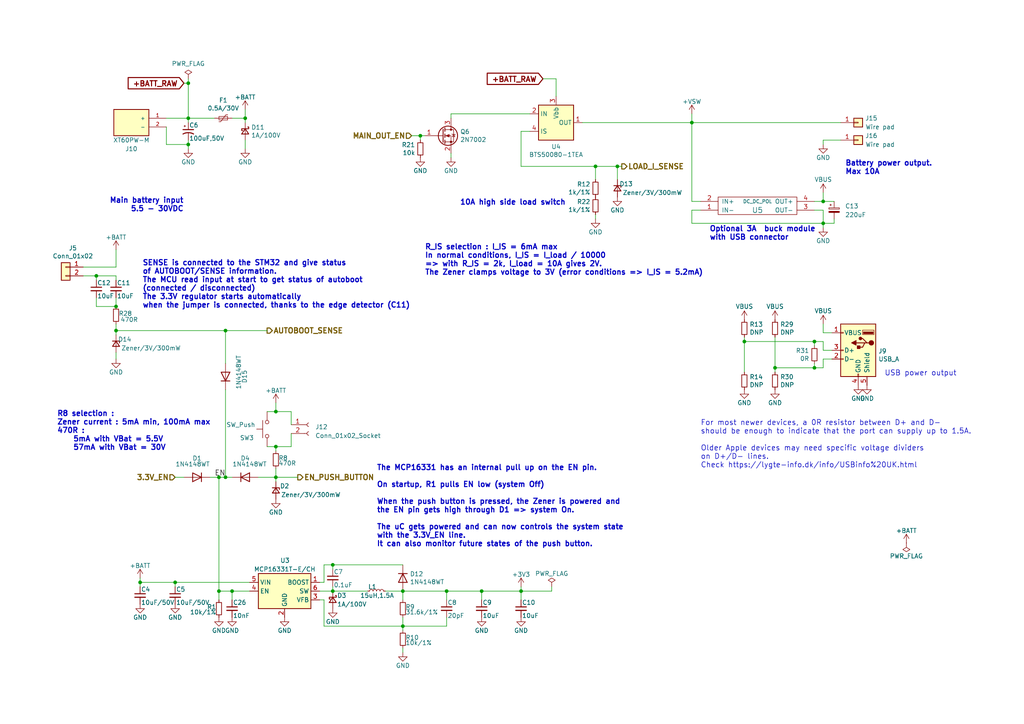
<source format=kicad_sch>
(kicad_sch (version 20231120) (generator "eeschema") (generator_version "8.0")
  (paper "A4")
  (title_block (title "ESP32 battery management module") (date "2023-06-14") (rev "3.2") (comment 1 "Tom Magnier / initial release") (comment 2 "Viven Henry / SD, Switch, Autoboot") (comment 3 "Clément SAILLANT / update Autoboot, readd SD"))
  (lib_symbols
    (symbol "Connector:Conn_01x02_Socket" (pin_names (offset 1.016) hide)
      (property "Reference" "J" (at 0 2.54 0))
      (property "Value" "Conn_01x02_Socket" (at 0 -5.08 0))
      (symbol "Conn_01x02_Socket_1_1"
        (arc (start 0 -2.032) (mid -0.5058 -2.54) (end 0 -3.048) (stroke (width 0.1524)))
        (polyline (pts (xy -1.27 -2.54) (xy -0.508 -2.54)) (stroke (width 0.1524)))
        (polyline (pts (xy -1.27 0) (xy -0.508 0)) (stroke (width 0.1524)))
        (arc (start 0 0.508) (mid -0.5058 0) (end 0 -0.508) (stroke (width 0.1524)))
        (pin passive line (at -5.08 0 0) (length 3.81) (name "Pin_1") (number "1"))
        (pin passive line (at -5.08 -2.54 0) (length 3.81) (name "Pin_2") (number "2"))
      )
    )
    (symbol "Connector_Generic:Conn_01x01" (pin_names (offset 1.016) hide)
      (property "Reference" "J" (at 0 2.54 0))
      (property "Value" "Connector_Generic_Conn_01x01" (at 0 -2.54 0))
      (symbol "Conn_01x01_1_1"
        (rectangle (start -1.27 0.127) (end 0 -0.127) (stroke (width 0.1524)))
        (rectangle (start -1.27 1.27) (end 1.27 -1.27) (stroke (width 0.254)) (fill (type background)))
        (pin passive line (at -5.08 0 0) (length 3.81) (name "Pin_1") (number "1"))
      )
    )
    (symbol "Connector_Generic:Conn_01x02" (pin_names (offset 1.016) hide)
      (property "Reference" "J" (at 0 2.54 0))
      (property "Value" "Connector_Generic_Conn_01x02" (at 0 -5.08 0))
      (symbol "Conn_01x02_1_1"
        (rectangle (start -1.27 -2.413) (end 0 -2.667) (stroke (width 0.1524)))
        (rectangle (start -1.27 0.127) (end 0 -0.127) (stroke (width 0.1524)))
        (rectangle (start -1.27 1.27) (end 1.27 -3.81) (stroke (width 0.254)) (fill (type background)))
        (pin passive line (at -5.08 0 0) (length 3.81) (name "Pin_1") (number "1"))
        (pin passive line (at -5.08 -2.54 0) (length 3.81) (name "Pin_2") (number "2"))
      )
    )
    (symbol "Device:C_Polarized_Small" (pin_numbers hide) (pin_names (offset 0.254) hide)
      (property "Reference" "C" (at 0.254 1.778 0))
      (property "Value" "C_Polarized_Small" (at 0.254 -2.032 0))
      (symbol "C_Polarized_Small_0_1"
        (rectangle (start -1.524 -0.3048) (end 1.524 -0.6858) (fill (type outline)))
        (rectangle (start -1.524 0.6858) (end 1.524 0.3048))
        (polyline (pts (xy -1.27 1.524) (xy -0.762 1.524)))
        (polyline (pts (xy -1.016 1.27) (xy -1.016 1.778)))
      )
      (symbol "C_Polarized_Small_1_1"
        (pin passive line (at 0 2.54 270) (length 1.8542) (name "~") (number "1"))
        (pin passive line (at 0 -2.54 90) (length 1.8542) (name "~") (number "2"))
      )
    )
    (symbol "Device:C_Small" (pin_numbers hide) (pin_names (offset 0.254) hide)
      (property "Reference" "C" (at 0.254 1.778 0))
      (property "Value" "Device_C_Small" (at 0.254 -2.032 0))
      (symbol "C_Small_0_1"
        (polyline (pts (xy -1.524 -0.508) (xy 1.524 -0.508)) (stroke (width 0.3302)))
        (polyline (pts (xy -1.524 0.508) (xy 1.524 0.508)) (stroke (width 0.3048)))
      )
      (symbol "C_Small_1_1"
        (pin passive line (at 0 2.54 270) (length 2.032) (name "~") (number "1"))
        (pin passive line (at 0 -2.54 90) (length 2.032) (name "~") (number "2"))
      )
    )
    (symbol "Device:D_Schottky_Small" (pin_numbers hide) (pin_names (offset 0.254) hide)
      (property "Reference" "D" (at -1.27 2.032 0))
      (property "Value" "Device_D_Schottky_Small" (at -7.112 -2.032 0))
      (symbol "D_Schottky_Small_0_1"
        (polyline (pts (xy -0.762 0) (xy 0.762 0)))
        (polyline (pts (xy 0.762 -1.016) (xy -0.762 0) (xy 0.762 1.016) (xy 0.762 -1.016)) (stroke (width 0.254)))
        (polyline (pts (xy -1.27 0.762) (xy -1.27 1.016) (xy -0.762 1.016) (xy -0.762 -1.016) (xy -0.254 -1.016) (xy -0.254 -0.762)) (stroke (width 0.254)))
      )
      (symbol "D_Schottky_Small_1_1"
        (pin passive line (at -2.54 0 0) (length 1.778) (name "K") (number "1"))
        (pin passive line (at 2.54 0 180) (length 1.778) (name "A") (number "2"))
      )
    )
    (symbol "Device:D_Zener_Small" (pin_numbers hide) (pin_names (offset 0.254) hide)
      (property "Reference" "D" (at 0 2.286 0))
      (property "Value" "Device_D_Zener_Small" (at 0 -2.286 0))
      (symbol "D_Zener_Small_0_1"
        (polyline (pts (xy 0.762 0) (xy -0.762 0)))
        (polyline (pts (xy -0.254 1.016) (xy -0.762 1.016) (xy -0.762 -1.016)) (stroke (width 0.254)))
        (polyline (pts (xy 0.762 1.016) (xy -0.762 0) (xy 0.762 -1.016) (xy 0.762 1.016)) (stroke (width 0.254)))
      )
      (symbol "D_Zener_Small_1_1"
        (pin passive line (at -2.54 0 0) (length 1.778) (name "K") (number "1"))
        (pin passive line (at 2.54 0 180) (length 1.778) (name "A") (number "2"))
      )
    )
    (symbol "Device:L_Small" (pin_numbers hide) (pin_names (offset 0.254) hide)
      (property "Reference" "L" (at 0.762 1.016 0))
      (property "Value" "Device_L_Small" (at 0.762 -1.016 0))
      (symbol "L_Small_0_1"
        (arc (start 0 -2.032) (mid 0.5058 -1.524) (end 0 -1.016))
        (arc (start 0 -1.016) (mid 0.5058 -0.508) (end 0 0))
        (arc (start 0 0) (mid 0.5058 0.508) (end 0 1.016))
        (arc (start 0 1.016) (mid 0.5058 1.524) (end 0 2.032))
      )
      (symbol "L_Small_1_1"
        (pin passive line (at 0 2.54 270) (length 0.508) (name "~") (number "1"))
        (pin passive line (at 0 -2.54 90) (length 0.508) (name "~") (number "2"))
      )
    )
    (symbol "Device:Polyfuse_Small" (pin_numbers hide) (pin_names (offset 0))
      (property "Reference" "F" (at -1.905 0 90))
      (property "Value" "Device_Polyfuse_Small" (at 1.905 0 90))
      (symbol "Polyfuse_Small_0_1"
        (rectangle (start -0.508 1.27) (end 0.508 -1.27))
        (polyline (pts (xy 0 2.54) (xy 0 -2.54)))
        (polyline (pts (xy -1.016 1.27) (xy -1.016 0.762) (xy 1.016 -0.762) (xy 1.016 -1.27)))
      )
      (symbol "Polyfuse_Small_1_1"
        (pin passive line (at 0 2.54 270) (length 0.635) (name "~") (number "1"))
        (pin passive line (at 0 -2.54 90) (length 0.635) (name "~") (number "2"))
      )
    )
    (symbol "Device:R_Small" (pin_numbers hide) (pin_names (offset 0.254) hide)
      (property "Reference" "R" (at 0.762 0.508 0))
      (property "Value" "Device_R_Small" (at 0.762 -1.016 0))
      (symbol "R_Small_0_1"
        (rectangle (start -0.762 1.778) (end 0.762 -1.778) (stroke (width 0.2032)))
      )
      (symbol "R_Small_1_1"
        (pin passive line (at 0 2.54 270) (length 0.762) (name "~") (number "1"))
        (pin passive line (at 0 -2.54 90) (length 0.762) (name "~") (number "2"))
      )
    )
    (symbol "Diode:1N4148WT" (pin_numbers hide) (pin_names (offset 1.016) hide)
      (property "Reference" "D" (at 0 2.54 0))
      (property "Value" "Diode_1N4148WT" (at 0 -2.54 0))
      (symbol "1N4148WT_0_1"
        (polyline (pts (xy -1.27 1.27) (xy -1.27 -1.27)) (stroke (width 0.254)))
        (polyline (pts (xy 1.27 0) (xy -1.27 0)))
        (polyline (pts (xy 1.27 1.27) (xy 1.27 -1.27) (xy -1.27 0) (xy 1.27 1.27)) (stroke (width 0.254)))
      )
      (symbol "1N4148WT_1_1"
        (pin passive line (at -3.81 0 0) (length 2.54) (name "K") (number "1"))
        (pin passive line (at 3.81 0 180) (length 2.54) (name "A") (number "2"))
      )
    )
    (symbol "KXKM_ESP32_battery_management_board-rescue:CP1_Small-Device" (pin_numbers hide) (pin_names (offset 0.254) hide)
      (property "Reference" "C" (at 0.254 1.778 0))
      (property "Value" "CP1_Small-Device" (at 0.254 -2.032 0))
      (symbol "CP1_Small-Device_0_1"
        (polyline (pts (xy -1.524 0.508) (xy 1.524 0.508)) (stroke (width 0.3048)))
        (polyline (pts (xy -1.27 1.524) (xy -0.762 1.524)))
        (polyline (pts (xy -1.016 1.27) (xy -1.016 1.778)))
        (arc (start 1.524 -0.762) (mid 0 -0.3734) (end -1.524 -0.762) (stroke (width 0.3048)))
      )
      (symbol "CP1_Small-Device_1_1"
        (pin passive line (at 0 2.54 270) (length 2.032) (name "~") (number "1"))
        (pin passive line (at 0 -2.54 90) (length 2.032) (name "~") (number "2"))
      )
    )
    (symbol "KXKM_ESP32_battery_management_board-rescue:DC_DC_POL-tom_kicad" (pin_names (offset 1.016))
      (property "Reference" "U" (at 0 -1.27 0))
      (property "Value" "DC_DC_POL-tom_kicad" (at 0 1.27 0))
      (symbol "DC_DC_POL-tom_kicad_0_1"
        (rectangle (start -11.43 2.54) (end 11.43 -2.54))
      )
      (symbol "DC_DC_POL-tom_kicad_1_1"
        (pin power_in line (at -16.51 -1.27 0) (length 5.08) (name "IN-") (number "1"))
        (pin power_in line (at -16.51 1.27 0) (length 5.08) (name "IN+") (number "2"))
        (pin power_out line (at 16.51 -1.27 180) (length 5.08) (name "OUT-") (number "3"))
        (pin power_out line (at 16.51 1.27 180) (length 5.08) (name "OUT+") (number "4"))
      )
    )
    (symbol "KXKM_ESP32_battery_management_board-rescue:USB_A-Connector-KXKM_ESP32_battery_management_board-rescue" (pin_names (offset 1.016))
      (property "Reference" "J" (at -5.08 11.43 0))
      (property "Value" "USB_A-Connector-KXKM_ESP32_battery_management_board-rescue" (at -5.08 8.89 0))
      (symbol "USB_A-Connector-KXKM_ESP32_battery_management_board-rescue_0_1"
        (rectangle (start -5.08 -7.62) (end 5.08 7.62) (stroke (width 0.254)) (fill (type background)))
        (circle (center -3.81 2.159) (radius 0.635) (stroke (width 0.254)) (fill (type outline)))
        (rectangle (start -1.524 4.826) (end -4.318 5.334) (fill (type outline)))
        (rectangle (start -1.27 4.572) (end -4.572 5.842))
        (circle (center -0.635 3.429) (radius 0.381) (stroke (width 0.254)) (fill (type outline)))
        (rectangle (start -0.127 -7.62) (end 0.127 -6.858))
        (polyline (pts (xy -3.175 2.159) (xy -2.54 2.159) (xy -1.27 3.429) (xy -0.635 3.429)) (stroke (width 0.254)))
        (polyline (pts (xy -2.54 2.159) (xy -1.905 2.159) (xy -1.27 0.889) (xy 0 0.889)) (stroke (width 0.254)))
        (polyline (pts (xy 0.635 2.794) (xy 0.635 1.524) (xy 1.905 2.159) (xy 0.635 2.794)) (stroke (width 0.254)) (fill (type outline)))
        (rectangle (start 0.254 1.27) (end -0.508 0.508) (stroke (width 0.254)) (fill (type outline)))
        (rectangle (start 5.08 -2.667) (end 4.318 -2.413))
        (rectangle (start 5.08 -0.127) (end 4.318 0.127))
        (rectangle (start 5.08 4.953) (end 4.318 5.207))
      )
      (symbol "USB_A-Connector-KXKM_ESP32_battery_management_board-rescue_1_1"
        (polyline (pts (xy -1.905 2.159) (xy 0.635 2.159)) (stroke (width 0.254)))
        (pin power_in line (at 7.62 5.08 180) (length 2.54) (name "VBUS") (number "1"))
        (pin passive line (at 7.62 -2.54 180) (length 2.54) (name "D-") (number "2"))
        (pin passive line (at 7.62 0 180) (length 2.54) (name "D+") (number "3"))
        (pin power_in line (at 0 -10.16 90) (length 2.54) (name "GND") (number "4"))
        (pin passive line (at -2.54 -10.16 90) (length 2.54) (name "Shield") (number "5"))
      )
    )
    (symbol "Power_Management:BTS50080-1TEA"
      (property "Reference" "U" (at -5.08 6.35 0))
      (property "Value" "Power_Management_BTS50080-1TEA" (at 8.89 6.35 0))
      (symbol "BTS50080-1TEA_0_1"
        (rectangle (start -5.08 5.08) (end 5.08 -5.08) (stroke (width 0.254)) (fill (type background)))
      )
      (symbol "BTS50080-1TEA_1_1"
        (pin power_out line (at 7.62 0 180) (length 2.54) (name "OUT") (number "1"))
        (pin input line (at -7.62 2.54 0) (length 2.54) (name "IN") (number "2"))
        (pin power_in line (at 0 7.62 270) (length 2.54) (name "Vbb") (number "3"))
        (pin output line (at -7.62 -2.54 0) (length 2.54) (name "IS") (number "4"))
        (pin passive line (at 7.62 0 180) (length 2.54) hide (name "OUT") (number "5"))
      )
    )
    (symbol "Regulator_Switching:MCP16331CH"
      (property "Reference" "U" (at -7.874 6.35 0))
      (property "Value" "Regulator_Switching_MCP16331CH" (at -2.54 6.35 0))
      (symbol "MCP16331CH_0_1"
        (rectangle (start -7.62 5.08) (end 7.62 -5.08) (stroke (width 0.254)) (fill (type background)))
      )
      (symbol "MCP16331CH_1_1"
        (pin input line (at 10.16 2.54 180) (length 2.54) (name "BOOST") (number "1"))
        (pin power_in line (at 0 -7.62 90) (length 2.54) (name "GND") (number "2"))
        (pin input line (at 10.16 -2.54 180) (length 2.54) (name "VFB") (number "3"))
        (pin input line (at -10.16 0 0) (length 2.54) (name "EN") (number "4"))
        (pin power_in line (at -10.16 2.54 0) (length 2.54) (name "VIN") (number "5"))
        (pin output line (at 10.16 0 180) (length 2.54) (name "SW") (number "6"))
      )
    )
    (symbol "Switch:SW_Push" (pin_numbers hide) (pin_names (offset 1.016) hide)
      (property "Reference" "SW" (at 1.27 2.54 0))
      (property "Value" "Switch_SW_Push" (at 0 -1.524 0))
      (symbol "SW_Push_0_1"
        (circle (center -2.032 0) (radius 0.508))
        (polyline (pts (xy 0 1.27) (xy 0 3.048)))
        (polyline (pts (xy 2.54 1.27) (xy -2.54 1.27)))
        (circle (center 2.032 0) (radius 0.508))
        (pin passive line (at -5.08 0 0) (length 2.54) (name "1") (number "1"))
        (pin passive line (at 5.08 0 180) (length 2.54) (name "2") (number "2"))
      )
    )
    (symbol "Transistor_FET:2N7002" (pin_names hide)
      (property "Reference" "Q" (at 5.08 1.905 0))
      (property "Value" "Transistor_FET_2N7002" (at 5.08 0 0))
      (symbol "2N7002_0_1"
        (polyline (pts (xy 0.254 0) (xy -2.54 0)))
        (polyline (pts (xy 0.254 1.905) (xy 0.254 -1.905)) (stroke (width 0.254)))
        (polyline (pts (xy 0.762 -1.27) (xy 0.762 -2.286)) (stroke (width 0.254)))
        (polyline (pts (xy 0.762 0.508) (xy 0.762 -0.508)) (stroke (width 0.254)))
        (polyline (pts (xy 0.762 2.286) (xy 0.762 1.27)) (stroke (width 0.254)))
        (polyline (pts (xy 2.54 2.54) (xy 2.54 1.778)))
        (polyline (pts (xy 2.54 -2.54) (xy 2.54 0) (xy 0.762 0)))
        (polyline (pts (xy 0.762 -1.778) (xy 3.302 -1.778) (xy 3.302 1.778) (xy 0.762 1.778)))
        (polyline (pts (xy 1.016 0) (xy 2.032 0.381) (xy 2.032 -0.381) (xy 1.016 0)) (fill (type outline)))
        (polyline (pts (xy 2.794 0.508) (xy 2.921 0.381) (xy 3.683 0.381) (xy 3.81 0.254)))
        (polyline (pts (xy 3.302 0.381) (xy 2.921 -0.254) (xy 3.683 -0.254) (xy 3.302 0.381)))
        (circle (center 1.651 0) (radius 2.794) (stroke (width 0.254)))
        (circle (center 2.54 -1.778) (radius 0.254) (fill (type outline)))
        (circle (center 2.54 1.778) (radius 0.254) (fill (type outline)))
      )
      (symbol "2N7002_1_1"
        (pin input line (at -5.08 0 0) (length 2.54) (name "G") (number "1"))
        (pin passive line (at 2.54 -5.08 90) (length 2.54) (name "S") (number "2"))
        (pin passive line (at 2.54 5.08 270) (length 2.54) (name "D") (number "3"))
      )
    )
    (symbol "XT60PW-M:XT60PW-M" (pin_names (offset 1.016))
      (property "Reference" "J" (at -5.08 5.7234 0))
      (property "Value" "XT60PW-M" (at -5.08 -5.0923 0))
      (symbol "XT60PW-M_0_0"
        (rectangle (start -5.08 -2.54) (end 5.08 5.08) (stroke (width 0.254)) (fill (type background)))
        (pin passive line (at -10.16 2.54 0) (length 5.08) (name "+") (number "1"))
        (pin passive line (at -10.16 0 0) (length 5.08) (name "-") (number "2"))
      )
    )
    (symbol "power:+3.3V" (power) (pin_names (offset 0))
      (property "Value" "power_+3.3V" (at 0 3.556 0))
      (symbol "+3.3V_0_1"
        (polyline (pts (xy -0.762 1.27) (xy 0 2.54)))
        (polyline (pts (xy 0 0) (xy 0 2.54)))
        (polyline (pts (xy 0 2.54) (xy 0.762 1.27)))
      )
      (symbol "+3.3V_1_1"
        (pin power_in line (at 0 0 90) (length 0) hide (name "+3V3") (number "1"))
      )
    )
    (symbol "power:+BATT" (power) (pin_names (offset 0))
      (property "Value" "power_+BATT" (at 0 3.556 0))
      (symbol "+BATT_0_1"
        (polyline (pts (xy -0.762 1.27) (xy 0 2.54)))
        (polyline (pts (xy 0 0) (xy 0 2.54)))
        (polyline (pts (xy 0 2.54) (xy 0.762 1.27)))
      )
      (symbol "+BATT_1_1"
        (pin power_in line (at 0 0 90) (length 0) hide (name "+BATT") (number "1"))
      )
    )
    (symbol "power:+VSW" (power) (pin_names (offset 0))
      (property "Value" "power_+VSW" (at 0 3.556 0))
      (symbol "+VSW_0_1"
        (polyline (pts (xy -0.762 1.27) (xy 0 2.54)))
        (polyline (pts (xy 0 0) (xy 0 2.54)))
        (polyline (pts (xy 0 2.54) (xy 0.762 1.27)))
      )
      (symbol "+VSW_1_1"
        (pin power_in line (at 0 0 90) (length 0) hide (name "+VSW") (number "1"))
      )
    )
    (symbol "power:GND" (power) (pin_names (offset 0))
      (property "Value" "power_GND" (at 0 -3.81 0))
      (symbol "GND_0_1"
        (polyline (pts (xy 0 0) (xy 0 -1.27) (xy 1.27 -1.27) (xy 0 -2.54) (xy -1.27 -1.27) (xy 0 -1.27)))
      )
      (symbol "GND_1_1"
        (pin power_in line (at 0 0 270) (length 0) hide (name "GND") (number "1"))
      )
    )
    (symbol "power:PWR_FLAG" (power) (pin_numbers hide) (pin_names (offset 0) hide)
      (property "Value" "power_PWR_FLAG" (at 0 3.81 0))
      (symbol "PWR_FLAG_0_0"
        (pin power_out line (at 0 0 90) (length 0) (name "pwr") (number "1"))
      )
      (symbol "PWR_FLAG_0_1"
        (polyline (pts (xy 0 0) (xy 0 1.27) (xy -1.016 1.905) (xy 0 2.54) (xy 1.016 1.905) (xy 0 1.27)))
      )
    )
    (symbol "power:VBUS" (power) (pin_names (offset 0))
      (property "Value" "power_VBUS" (at 0 3.81 0))
      (symbol "VBUS_0_1"
        (polyline (pts (xy -0.762 1.27) (xy 0 2.54)))
        (polyline (pts (xy 0 0) (xy 0 2.54)))
        (polyline (pts (xy 0 2.54) (xy 0.762 1.27)))
      )
      (symbol "VBUS_1_1"
        (pin power_in line (at 0 0 90) (length 0) hide (name "VBUS") (number "1"))
      )
    )
  )
  (junction (at 224.79 106.68))
  (junction (at 80.01 119.38))
  (junction (at 54.61 41.91))
  (junction (at 121.92 39.37))
  (junction (at 238.76 64.77))
  (junction (at 116.84 181.61))
  (junction (at 40.64 168.91))
  (junction (at 236.22 99.06))
  (junction (at 236.22 106.68))
  (junction (at 179.07 48.26))
  (junction (at 96.52 163.83))
  (junction (at 80.01 138.43))
  (junction (at 50.8 168.91))
  (junction (at 71.12 34.29))
  (junction (at 33.655 95.885))
  (junction (at 151.13 171.45))
  (junction (at 172.72 48.26))
  (junction (at 65.405 138.43))
  (junction (at 33.655 88.9))
  (junction (at 80.01 129.54))
  (junction (at 63.5 138.43))
  (junction (at 200.66 35.56))
  (junction (at 215.9 99.06))
  (junction (at 54.61 24.13))
  (junction (at 67.31 171.45))
  (junction (at 96.52 171.45))
  (junction (at 63.5 171.45))
  (junction (at 238.76 58.42))
  (junction (at 54.61 34.29))
  (junction (at 65.405 95.885))
  (junction (at 129.54 171.45))
  (junction (at 116.84 171.45))
  (junction (at 139.7 171.45))
  (junction (at 27.94 80.01))
  (wire (pts (xy 33.655 86.36) (xy 33.655 88.9)))
  (wire (pts (xy 54.61 41.91) (xy 54.61 43.18)))
  (wire (pts (xy 53.34 138.43) (xy 50.8 138.43)))
  (wire (pts (xy 236.22 106.68) (xy 238.76 106.68)))
  (wire (pts (xy 27.94 80.01) (xy 33.655 80.01)))
  (wire (pts (xy 27.94 81.28) (xy 27.94 80.01)))
  (wire (pts (xy 121.92 39.37) (xy 121.92 40.64)))
  (wire (pts (xy 93.98 168.91) (xy 93.98 163.83)))
  (wire (pts (xy 54.61 34.29) (xy 54.61 24.13)))
  (wire (pts (xy 139.7 171.45) (xy 139.7 173.99)))
  (wire (pts (xy 238.76 58.42) (xy 241.935 58.42)))
  (wire (pts (xy 33.655 102.235) (xy 33.655 104.14)))
  (wire (pts (xy 200.66 58.42) (xy 203.2 58.42)))
  (wire (pts (xy 63.5 171.45) (xy 63.5 173.99)))
  (wire (pts (xy 130.81 33.02) (xy 130.81 34.29)))
  (wire (pts (xy 116.84 179.07) (xy 116.84 181.61)))
  (wire (pts (xy 63.5 138.43) (xy 63.5 171.45)))
  (wire (pts (xy 200.66 64.77) (xy 238.76 64.77)))
  (wire (pts (xy 65.405 95.885) (xy 65.405 105.41)))
  (wire (pts (xy 92.71 168.91) (xy 93.98 168.91)))
  (wire (pts (xy 54.61 35.56) (xy 54.61 34.29)))
  (wire (pts (xy 71.12 34.29) (xy 71.12 35.56)))
  (wire (pts (xy 238.76 60.96) (xy 238.76 64.77)))
  (wire (pts (xy 63.5 171.45) (xy 67.31 171.45)))
  (wire (pts (xy 60.96 138.43) (xy 63.5 138.43)))
  (wire (pts (xy 96.52 163.83) (xy 116.84 163.83)))
  (wire (pts (xy 33.655 95.885) (xy 33.655 97.155)))
  (wire (pts (xy 238.76 96.52) (xy 241.3 96.52)))
  (wire (pts (xy 80.01 116.84) (xy 80.01 119.38)))
  (wire (pts (xy 54.61 34.29) (xy 62.23 34.29)))
  (wire (pts (xy 54.61 40.64) (xy 54.61 41.91)))
  (wire (pts (xy 151.13 48.26) (xy 172.72 48.26)))
  (wire (pts (xy 179.07 48.26) (xy 180.34 48.26)))
  (wire (pts (xy 238.76 99.06) (xy 236.22 99.06)))
  (wire (pts (xy 65.405 95.885) (xy 77.47 95.885)))
  (wire (pts (xy 33.655 95.885) (xy 65.405 95.885)))
  (wire (pts (xy 24.13 80.01) (xy 27.94 80.01)))
  (wire (pts (xy 200.66 35.56) (xy 200.66 58.42)))
  (wire (pts (xy 84.455 129.54) (xy 80.01 129.54)))
  (wire (pts (xy 67.31 171.45) (xy 72.39 171.45)))
  (wire (pts (xy 92.71 173.99) (xy 93.98 173.99)))
  (wire (pts (xy 80.01 135.89) (xy 80.01 138.43)))
  (wire (pts (xy 151.13 38.1) (xy 151.13 48.26)))
  (wire (pts (xy 116.84 187.96) (xy 116.84 189.23)))
  (wire (pts (xy 139.7 171.45) (xy 151.13 171.45)))
  (wire (pts (xy 130.81 33.02) (xy 153.67 33.02)))
  (wire (pts (xy 40.64 167.64) (xy 40.64 168.91)))
  (wire (pts (xy 63.5 138.43) (xy 65.405 138.43)))
  (wire (pts (xy 172.72 63.5) (xy 172.72 62.23)))
  (wire (pts (xy 77.47 129.54) (xy 80.01 129.54)))
  (wire (pts (xy 172.72 48.26) (xy 172.72 52.07)))
  (wire (pts (xy 84.455 125.73) (xy 84.455 129.54)))
  (wire (pts (xy 84.455 119.38) (xy 80.01 119.38)))
  (wire (pts (xy 238.76 93.98) (xy 238.76 96.52)))
  (wire (pts (xy 157.48 22.86) (xy 161.29 22.86)))
  (wire (pts (xy 93.98 173.99) (xy 93.98 181.61)))
  (wire (pts (xy 111.76 171.45) (xy 116.84 171.45)))
  (wire (pts (xy 215.9 97.79) (xy 215.9 99.06)))
  (wire (pts (xy 50.8 168.91) (xy 50.8 170.18)))
  (wire (pts (xy 238.76 55.88) (xy 238.76 58.42)))
  (wire (pts (xy 27.94 86.36) (xy 27.94 88.9)))
  (wire (pts (xy 151.13 170.18) (xy 151.13 171.45)))
  (wire (pts (xy 77.47 119.38) (xy 80.01 119.38)))
  (wire (pts (xy 96.52 171.45) (xy 96.52 170.18)))
  (wire (pts (xy 224.79 97.79) (xy 224.79 106.68)))
  (wire (pts (xy 67.31 34.29) (xy 71.12 34.29)))
  (wire (pts (xy 160.02 171.45) (xy 160.02 170.18)))
  (wire (pts (xy 50.8 168.91) (xy 72.39 168.91)))
  (wire (pts (xy 116.84 181.61) (xy 116.84 182.88)))
  (wire (pts (xy 168.91 35.56) (xy 200.66 35.56)))
  (wire (pts (xy 238.76 104.14) (xy 238.76 106.68)))
  (wire (pts (xy 33.655 80.01) (xy 33.655 81.28)))
  (wire (pts (xy 238.76 104.14) (xy 241.3 104.14)))
  (wire (pts (xy 151.13 171.45) (xy 151.13 173.99)))
  (wire (pts (xy 67.31 171.45) (xy 67.31 173.99)))
  (wire (pts (xy 236.22 60.96) (xy 238.76 60.96)))
  (wire (pts (xy 33.655 93.98) (xy 33.655 95.885)))
  (wire (pts (xy 224.79 106.68) (xy 224.79 107.95)))
  (wire (pts (xy 129.54 181.61) (xy 129.54 179.07)))
  (wire (pts (xy 238.76 40.64) (xy 238.76 41.91)))
  (wire (pts (xy 93.98 181.61) (xy 116.84 181.61)))
  (wire (pts (xy 236.22 58.42) (xy 238.76 58.42)))
  (wire (pts (xy 96.52 163.83) (xy 96.52 165.1)))
  (wire (pts (xy 54.61 24.13) (xy 53.34 24.13)))
  (wire (pts (xy 80.01 138.43) (xy 86.36 138.43)))
  (wire (pts (xy 161.29 22.86) (xy 161.29 27.94)))
  (wire (pts (xy 236.22 99.06) (xy 215.9 99.06)))
  (wire (pts (xy 92.71 171.45) (xy 96.52 171.45)))
  (wire (pts (xy 116.84 171.45) (xy 116.84 173.99)))
  (wire (pts (xy 65.405 113.03) (xy 65.405 138.43)))
  (wire (pts (xy 48.26 36.83) (xy 48.26 41.91)))
  (wire (pts (xy 200.66 60.96) (xy 200.66 64.77)))
  (wire (pts (xy 84.455 123.19) (xy 84.455 119.38)))
  (wire (pts (xy 129.54 171.45) (xy 139.7 171.45)))
  (wire (pts (xy 71.12 31.75) (xy 71.12 34.29)))
  (wire (pts (xy 215.9 99.06) (xy 215.9 107.95)))
  (wire (pts (xy 74.93 138.43) (xy 80.01 138.43)))
  (wire (pts (xy 33.655 72.39) (xy 33.655 77.47)))
  (wire (pts (xy 96.52 171.45) (xy 106.68 171.45)))
  (wire (pts (xy 130.81 45.72) (xy 130.81 44.45)))
  (wire (pts (xy 200.66 33.02) (xy 200.66 35.56)))
  (wire (pts (xy 71.12 43.18) (xy 71.12 40.64)))
  (wire (pts (xy 151.13 38.1) (xy 153.67 38.1)))
  (wire (pts (xy 203.2 60.96) (xy 200.66 60.96)))
  (wire (pts (xy 121.92 39.37) (xy 123.19 39.37)))
  (wire (pts (xy 236.22 99.06) (xy 236.22 100.33)))
  (wire (pts (xy 129.54 171.45) (xy 129.54 173.99)))
  (wire (pts (xy 241.3 101.6) (xy 238.76 101.6)))
  (wire (pts (xy 236.22 105.41) (xy 236.22 106.68)))
  (wire (pts (xy 40.64 168.91) (xy 40.64 170.18)))
  (wire (pts (xy 27.94 88.9) (xy 33.655 88.9)))
  (wire (pts (xy 119.38 39.37) (xy 121.92 39.37)))
  (wire (pts (xy 241.935 63.5) (xy 241.935 64.77)))
  (wire (pts (xy 236.22 106.68) (xy 224.79 106.68)))
  (wire (pts (xy 243.84 40.64) (xy 238.76 40.64)))
  (wire (pts (xy 80.01 129.54) (xy 80.01 130.81)))
  (wire (pts (xy 65.405 138.43) (xy 67.31 138.43)))
  (wire (pts (xy 172.72 48.26) (xy 179.07 48.26)))
  (wire (pts (xy 116.84 181.61) (xy 129.54 181.61)))
  (wire (pts (xy 200.66 35.56) (xy 243.84 35.56)))
  (wire (pts (xy 93.98 163.83) (xy 96.52 163.83)))
  (wire (pts (xy 238.76 99.06) (xy 238.76 101.6)))
  (wire (pts (xy 24.13 77.47) (xy 33.655 77.47)))
  (wire (pts (xy 48.26 41.91) (xy 54.61 41.91)))
  (wire (pts (xy 238.76 64.77) (xy 238.76 66.04)))
  (wire (pts (xy 80.01 138.43) (xy 80.01 139.7)))
  (wire (pts (xy 241.935 64.77) (xy 238.76 64.77)))
  (wire (pts (xy 40.64 168.91) (xy 50.8 168.91)))
  (wire (pts (xy 179.07 48.26) (xy 179.07 52.07)))
  (wire (pts (xy 48.26 34.29) (xy 54.61 34.29)))
  (wire (pts (xy 151.13 171.45) (xy 160.02 171.45)))
  (wire (pts (xy 116.84 171.45) (xy 129.54 171.45)))
  (wire (pts (xy 54.61 22.86) (xy 54.61 24.13)))
  (text "R8 selection :\nZener current : 5mA min, 100mA max \n470R : \n    5mA with VBat = 5.5V\n    57mA with VBat = 30V" (at 16.51 130.81 0) (effects (font (size 1.524 1.524) (thickness 0.3048) (bold yes)) (justify left bottom)))
  (text "For most newer devices, a 0R resistor between D+ and D-\nshould be enough to indicate that the port can supply up to 1.5A.\n\nOlder Apple devices may need specific voltage dividers \non D+/D- lines.\nCheck https://lygte-info.dk/info/USBinfo%20UK.html" (at 203.2 135.89 0) (effects (font (size 1.524 1.524)) (justify left bottom)))
  (text "R_IS selection : I_IS = 6mA max\nIn normal conditions, I_IS = I_load / 10000\n=> with R_IS = 2k, I_load = 10A gives 2V. \nThe Zener clamps voltage to 3V (error conditions => I_IS = 5.2mA)" (at 123.19 80.01 0) (effects (font (size 1.524 1.524) (thickness 0.3048) (bold yes)) (justify left bottom)))
  (text "The MCP16331 has an internal pull up on the EN pin.\n\nOn startup, R1 pulls EN low (system Off)\n\nWhen the push button is pressed, the Zener is powered and \nthe EN pin gets high through D1 => system On.\n\nThe uC gets powered and can now controls the system state \nwith the 3.3V_EN line.\nIt can also monitor future states of the push button." (at 109.22 158.75 0) (effects (font (size 1.524 1.524) (thickness 0.3048) (bold yes)) (justify left bottom)))
  (text "10A high side load switch" (at 133.35 59.69 0) (effects (font (size 1.524 1.524) (thickness 0.3048) (bold yes)) (justify left bottom)))
  (text "USB power output" (at 256.54 109.22 0) (effects (font (size 1.524 1.524)) (justify left bottom)))
  (text "SENSE is connected to the STM32 and give status \nof AUTOBOOT/SENSE information.\nThe MCU read input at start to get status of autoboot\n(connected / disconnected)\nThe 3.3V regulator starts automatically  \nwhen the jumper is connected, thanks to the edge detector (C11)\n" (at 41.275 89.535 0) (effects (font (size 1.524 1.524) (thickness 0.3048) (bold yes)) (justify left bottom)))
  (text "Optional 3A  buck module \nwith USB connector" (at 205.74 69.85 0) (effects (font (size 1.524 1.524) (thickness 0.3048) (bold yes)) (justify left bottom)))
  (text "Main battery input\n5.5 - 30VDC" (at 53.34 61.595 0) (effects (font (size 1.524 1.524) (thickness 0.3048) (bold yes)) (justify right bottom)))
  (text "Battery power output.\nMax 10A" (at 245.11 50.8 0) (effects (font (size 1.524 1.524) (thickness 0.3048) (bold yes)) (justify left bottom)))
  (label "EN" (at 62.23 138.43 0) (effects (font (size 1.524 1.524))))
  (global_label "+BATT_RAW" (shape input) (at 157.48 22.86 180) (effects (font (size 1.524 1.524) (thickness 0.3048) (bold yes))) (property "Intersheetrefs" "${INTERSHEET_REFS}" (effects (hide yes))))
  (global_label "+BATT_RAW" (shape input) (at 53.34 24.13 180) (effects (font (size 1.524 1.524) (thickness 0.3048) (bold yes))) (property "Intersheetrefs" "${INTERSHEET_REFS}" (effects (hide yes))))
  (hierarchical_label "LOAD_I_SENSE" (shape output) (at 180.34 48.26 0) (effects (font (size 1.524 1.524) (thickness 0.3048) (bold yes))))
  (hierarchical_label "EN_PUSH_BUTTON" (shape output) (at 86.36 138.43 0) (effects (font (size 1.524 1.524) (thickness 0.3048) (bold yes))))
  (hierarchical_label "MAIN_OUT_EN" (shape input) (at 119.38 39.37 180) (effects (font (size 1.524 1.524) (thickness 0.3048) (bold yes))))
  (hierarchical_label "AUTOBOOT_SENSE" (shape output) (at 77.47 95.885 0) (effects (font (size 1.524 1.524) (thickness 0.3048) (bold yes))))
  (hierarchical_label "3.3V_EN" (shape input) (at 50.8 138.43 180) (effects (font (size 1.524 1.524) (thickness 0.3048) (bold yes))))
  (symbol (lib_id "KXKM_ESP32_battery_management_board-rescue:DC_DC_POL-tom_kicad") (at 219.71 59.69 0) (unit 1)
    (property "Reference" "U5" (at 219.71 60.96 0) (effects (font (size 1.524 1.524))))
    (property "Value" "DC_DC_POL" (at 219.71 58.42 0) (effects (font (size 0.9906 0.9906))))
    (property "Footprint" "tom_kicad_lib:DC_DC_Buck_module_22x17mm" (effects (hide yes)))
  )
  (symbol (lib_id "Regulator_Switching:MCP16331CH") (at 82.55 171.45 0) (unit 1)
    (property "Reference" "U3" (at 81.28 162.56 0) (effects (justify left)))
    (property "Value" "MCP16331T-E/CH" (at 73.66 165.1 0) (effects (justify left)))
    (property "Footprint" "Package_TO_SOT_SMD:SOT-23-6" (effects (hide yes)))
    (property "LCSC" "C105695" (effects (hide yes)))
  )
  (symbol (lib_id "Switch:SW_Push") (at 77.47 124.46 90) (unit 1)
    (property "Reference" "SW3" (at 73.66 127 90) (effects (justify left)))
    (property "Value" "SW_Push" (at 69.85 123.19 90))
    (property "Footprint" "Button_Switch_THT:SW_Tactile_SPST_Angled_PTS645Vx31-2LFS" (effects (hide yes)))
    (property "LCSC" "C127680" (effects (hide yes)))
  )
  (symbol (lib_id "power:GND") (at 54.61 43.18 0) (unit 1)
    (property "Reference" "#PWR035" (effects (hide yes)))
    (property "Value" "GND" (at 54.61 46.99 0))
  )
  (symbol (lib_id "Device:C_Small") (at 50.8 172.72 0) (unit 1)
    (property "Reference" "C5" (at 51.054 170.942 0) (effects (justify left)))
    (property "Value" "10uF/50V" (at 51.054 174.752 0) (effects (justify left)))
    (property "Footprint" "Capacitor_SMD:C_1206_3216Metric" (effects (hide yes)))
    (property "LCSC" "C13585" (effects (hide yes)))
  )
  (symbol (lib_id "Device:C_Small") (at 40.64 172.72 0) (unit 1)
    (property "Reference" "C4" (at 40.894 170.942 0) (effects (justify left)))
    (property "Value" "10uF/50V" (at 40.894 174.752 0) (effects (justify left)))
    (property "Footprint" "Capacitor_SMD:C_1206_3216Metric" (effects (hide yes)))
    (property "LCSC" "C13585" (effects (hide yes)))
  )
  (symbol (lib_id "power:+BATT") (at 71.12 31.75 0) (unit 1)
    (property "Reference" "#PWR037" (effects (hide yes)))
    (property "Value" "+BATT" (at 71.12 28.194 0))
  )
  (symbol (lib_id "power:GND") (at 40.64 175.26 0) (unit 1)
    (property "Reference" "#PWR038" (effects (hide yes)))
    (property "Value" "GND" (at 40.64 179.07 0))
  )
  (symbol (lib_id "power:GND") (at 50.8 175.26 0) (unit 1)
    (property "Reference" "#PWR039" (effects (hide yes)))
    (property "Value" "GND" (at 50.8 179.07 0))
  )
  (symbol (lib_id "Device:C_Small") (at 96.52 167.64 0) (unit 1)
    (property "Reference" "C7" (at 96.774 165.862 0) (effects (justify left)))
    (property "Value" "0.1uF" (at 96.774 169.672 0) (effects (justify left)))
    (property "Footprint" "Capacitor_SMD:C_0603_1608Metric" (effects (hide yes)))
    (property "LCSC" "C14663" (effects (hide yes)))
  )
  (symbol (lib_id "Device:D_Schottky_Small") (at 96.52 173.99 270) (unit 1)
    (property "Reference" "D3" (at 97.79 172.72 90) (effects (justify left)))
    (property "Value" "1A/100V" (at 97.79 175.26 90) (effects (justify left)))
    (property "Footprint" "Diode_SMD:D_SMA" (effects (hide yes)))
    (property "LCSC" "C14996" (effects (hide yes)))
  )
  (symbol (lib_id "power:GND") (at 82.55 179.07 0) (unit 1)
    (property "Reference" "#PWR040" (effects (hide yes)))
    (property "Value" "GND" (at 82.55 182.88 0))
  )
  (symbol (lib_id "power:GND") (at 96.52 176.53 0) (unit 1)
    (property "Reference" "#PWR041" (effects (hide yes)))
    (property "Value" "GND" (at 96.52 180.34 0))
  )
  (symbol (lib_id "Device:L_Small") (at 109.22 171.45 90) (unit 1)
    (property "Reference" "L1" (at 109.22 170.18 90) (effects (justify left)))
    (property "Value" "15uH,1.5A" (at 114.3 172.72 90) (effects (justify left)))
    (property "Footprint" "Inductor_SMD:L_Taiyo-Yuden_NR-50xx" (effects (hide yes)))
    (property "LCSC" "C206232" (effects (hide yes)))
  )
  (symbol (lib_id "Device:R_Small") (at 116.84 176.53 0) (unit 1)
    (property "Reference" "R9" (at 117.602 176.022 0) (effects (justify left)))
    (property "Value" "31.6k/1%" (at 117.602 177.546 0) (effects (justify left)))
    (property "Footprint" "Resistor_SMD:R_0603_1608Metric" (effects (hide yes)))
    (property "LCSC" "C25967" (effects (hide yes)))
  )
  (symbol (lib_id "Device:R_Small") (at 116.84 185.42 0) (unit 1)
    (property "Reference" "R10" (at 117.602 184.912 0) (effects (justify left)))
    (property "Value" "10k/1%" (at 117.602 186.436 0) (effects (justify left)))
    (property "Footprint" "Resistor_SMD:R_0603_1608Metric" (effects (hide yes)))
    (property "LCSC" "C25804" (effects (hide yes)))
  )
  (symbol (lib_id "power:GND") (at 116.84 189.23 0) (unit 1)
    (property "Reference" "#PWR042" (effects (hide yes)))
    (property "Value" "GND" (at 116.84 193.04 0))
  )
  (symbol (lib_id "Device:C_Small") (at 129.54 176.53 0) (unit 1)
    (property "Reference" "C8" (at 129.794 174.752 0) (effects (justify left)))
    (property "Value" "20pF" (at 129.794 178.562 0) (effects (justify left)))
    (property "Footprint" "Capacitor_SMD:C_0603_1608Metric" (effects (hide yes)))
    (property "LCSC" "C1648" (effects (hide yes)))
  )
  (symbol (lib_id "Device:C_Small") (at 139.7 176.53 0) (unit 1)
    (property "Reference" "C9" (at 139.954 174.752 0) (effects (justify left)))
    (property "Value" "10uF" (at 139.954 178.562 0) (effects (justify left)))
    (property "Footprint" "Capacitor_SMD:C_0805_2012Metric" (effects (hide yes)))
  )
  (symbol (lib_id "Device:C_Small") (at 151.13 176.53 0) (unit 1)
    (property "Reference" "C10" (at 151.384 174.752 0) (effects (justify left)))
    (property "Value" "10uF" (at 151.384 178.562 0) (effects (justify left)))
    (property "Footprint" "Capacitor_SMD:C_0805_2012Metric" (effects (hide yes)))
  )
  (symbol (lib_id "power:GND") (at 139.7 179.07 0) (unit 1)
    (property "Reference" "#PWR043" (effects (hide yes)))
    (property "Value" "GND" (at 139.7 182.88 0))
  )
  (symbol (lib_id "power:GND") (at 151.13 179.07 0) (unit 1)
    (property "Reference" "#PWR044" (effects (hide yes)))
    (property "Value" "GND" (at 151.13 182.88 0))
  )
  (symbol (lib_id "power:+3.3V") (at 151.13 170.18 0) (unit 1)
    (property "Reference" "#PWR045" (effects (hide yes)))
    (property "Value" "+3V3" (at 151.13 166.624 0))
  )
  (symbol (lib_id "power:+BATT") (at 80.01 116.84 0) (unit 1)
    (property "Reference" "#PWR046" (effects (hide yes)))
    (property "Value" "+BATT" (at 80.01 113.284 0))
  )
  (symbol (lib_id "Device:D_Zener_Small") (at 80.01 142.24 270) (unit 1)
    (property "Reference" "D2" (at 82.55 140.97 90))
    (property "Value" "Zener/3V/300mW" (at 90.17 143.51 90))
    (property "Footprint" "Diode_SMD:D_SOD-323" (effects (hide yes)))
    (property "LCSC" "C19869" (effects (hide yes)))
  )
  (symbol (lib_id "Device:R_Small") (at 80.01 133.35 0) (unit 1)
    (property "Reference" "R8" (at 80.772 132.842 0) (effects (justify left)))
    (property "Value" "470R" (at 80.772 134.366 0) (effects (justify left)))
    (property "Footprint" "Resistor_SMD:R_0603_1608Metric" (effects (hide yes)))
    (property "LCSC" "C23179" (effects (hide yes)))
  )
  (symbol (lib_id "power:GND") (at 80.01 144.78 0) (unit 1)
    (property "Reference" "#PWR047" (effects (hide yes)))
    (property "Value" "GND" (at 80.01 148.59 0))
  )
  (symbol (lib_id "power:VBUS") (at 238.76 55.88 0) (unit 1)
    (property "Reference" "#PWR048" (effects (hide yes)))
    (property "Value" "VBUS" (at 238.76 52.07 0))
  )
  (symbol (lib_id "KXKM_ESP32_battery_management_board-rescue:CP1_Small-Device") (at 54.61 38.1 0) (unit 1)
    (property "Reference" "C6" (at 54.864 36.322 0) (effects (justify left)))
    (property "Value" "100uF,50V" (at 54.864 40.132 0) (effects (justify left)))
    (property "Footprint" "Capacitor_SMD:CP_Elec_8x10" (effects (hide yes)))
    (property "LCSC" "C97812" (effects (hide yes)))
  )
  (symbol (lib_id "power:GND") (at 238.76 41.91 0) (unit 1)
    (property "Reference" "#PWR051" (effects (hide yes)))
    (property "Value" "GND" (at 238.76 45.72 0))
  )
  (symbol (lib_id "power:GND") (at 238.76 66.04 0) (unit 1)
    (property "Reference" "#PWR052" (effects (hide yes)))
    (property "Value" "GND" (at 238.76 69.85 0))
  )
  (symbol (lib_id "power:GND") (at 130.81 45.72 0) (unit 1)
    (property "Reference" "#PWR053" (effects (hide yes)))
    (property "Value" "GND" (at 130.81 49.53 0))
  )
  (symbol (lib_id "power:GND") (at 121.92 45.72 0) (unit 1)
    (property "Reference" "#PWR054" (effects (hide yes)))
    (property "Value" "GND" (at 121.92 49.53 0))
  )
  (symbol (lib_id "Device:R_Small") (at 172.72 54.61 0) (mirror x) (unit 1)
    (property "Reference" "R12" (at 171.2468 53.4416 0) (effects (justify right)))
    (property "Value" "1k/1%" (at 171.2468 55.753 0) (effects (justify right)))
    (property "Footprint" "Resistor_SMD:R_0603_1608Metric" (effects (hide yes)))
    (property "LCSC" "C21190" (effects (hide yes)))
  )
  (symbol (lib_id "power:GND") (at 172.72 63.5 0) (unit 1)
    (property "Reference" "#PWR055" (effects (hide yes)))
    (property "Value" "GND" (at 172.72 67.31 0))
  )
  (symbol (lib_id "power:PWR_FLAG") (at 160.02 170.18 0) (unit 1)
    (property "Reference" "#FLG057" (effects (hide yes)))
    (property "Value" "PWR_FLAG" (at 160.02 166.37 0))
  )
  (symbol (lib_id "power:PWR_FLAG") (at 262.89 157.48 180) (unit 1)
    (property "Reference" "#FLG060" (effects (hide yes)))
    (property "Value" "PWR_FLAG" (at 262.89 161.29 0))
  )
  (symbol (lib_id "power:+BATT") (at 262.89 157.48 0) (unit 1)
    (property "Reference" "#PWR061" (effects (hide yes)))
    (property "Value" "+BATT" (at 262.89 153.924 0))
  )
  (symbol (lib_id "power:+VSW") (at 200.66 33.02 0) (unit 1)
    (property "Reference" "#PWR062" (effects (hide yes)))
    (property "Value" "+VSW" (at 200.66 29.464 0))
  )
  (symbol (lib_id "Device:R_Small") (at 63.5 176.53 0) (mirror y) (unit 1)
    (property "Reference" "R1" (at 62.738 176.022 0) (effects (justify left)))
    (property "Value" "10k/1%" (at 62.738 177.546 0) (effects (justify left)))
    (property "Footprint" "Resistor_SMD:R_0603_1608Metric" (effects (hide yes)))
    (property "LCSC" "C25804" (effects (hide yes)))
  )
  (symbol (lib_id "power:GND") (at 63.5 179.07 0) (unit 1)
    (property "Reference" "#PWR063" (effects (hide yes)))
    (property "Value" "GND" (at 63.5 182.88 0))
  )
  (symbol (lib_id "Connector_Generic:Conn_01x01") (at 248.92 35.56 0) (mirror x) (unit 1)
    (property "Reference" "J15" (at 252.73 34.29 0))
    (property "Value" "Wire pad" (at 255.27 36.83 0))
    (property "Footprint" "Connector_Wire:SolderWirePad_1x01_Drill2mm" (effects (hide yes)))
  )
  (symbol (lib_id "Connector_Generic:Conn_01x01") (at 248.92 40.64 0) (mirror x) (unit 1)
    (property "Reference" "J16" (at 252.73 39.37 0))
    (property "Value" "Wire pad" (at 255.27 41.91 0))
    (property "Footprint" "Connector_Wire:SolderWirePad_1x01_Drill2mm" (effects (hide yes)))
  )
  (symbol (lib_id "Device:Polyfuse_Small") (at 64.77 34.29 270) (unit 1)
    (property "Reference" "F1" (at 64.77 29.083 90))
    (property "Value" "0.5A/30V" (at 64.77 31.3944 90))
    (property "Footprint" "Fuse:Fuse_1812_4532Metric" (effects (hide yes)))
    (property "LCSC" "C2924945" (effects (hide yes)))
  )
  (symbol (lib_id "Device:D_Schottky_Small") (at 71.12 38.1 270) (unit 1)
    (property "Reference" "D11" (at 72.8472 36.9316 90) (effects (justify left)))
    (property "Value" "1A/100V" (at 72.8472 39.243 90) (effects (justify left)))
    (property "Footprint" "Diode_SMD:D_SMA" (effects (hide yes)))
    (property "LCSC" "C14996" (effects (hide yes)))
  )
  (symbol (lib_id "power:GND") (at 71.12 43.18 0) (unit 1)
    (property "Reference" "#PWR0101" (effects (hide yes)))
    (property "Value" "GND" (at 71.12 46.99 0))
  )
  (symbol (lib_id "Device:C_Small") (at 67.31 176.53 0) (unit 1)
    (property "Reference" "C26" (at 67.564 174.752 0) (effects (justify left)))
    (property "Value" "10nF" (at 67.564 178.562 0) (effects (justify left)))
    (property "Footprint" "Capacitor_SMD:C_0603_1608Metric" (effects (hide yes)))
    (property "LCSC" "C57112" (effects (hide yes)))
  )
  (symbol (lib_id "power:GND") (at 67.31 179.07 0) (unit 1)
    (property "Reference" "#PWR0106" (effects (hide yes)))
    (property "Value" "GND" (at 67.31 182.88 0))
  )
  (symbol (lib_id "Diode:1N4148WT") (at 71.12 138.43 0) (unit 1)
    (property "Reference" "D4" (at 71.12 132.9182 0))
    (property "Value" "1N4148WT" (at 72.39 134.62 0))
    (property "Footprint" "Diode_SMD:D_SOD-523" (effects (hide yes)))
    (property "Datasheet" "https://www.diodes.com/assets/Datasheets/ds30396.pdf" (effects (hide yes)))
    (property "LCSC" "C68948" (effects (hide yes)))
  )
  (symbol (lib_id "Diode:1N4148WT") (at 57.15 138.43 180) (unit 1)
    (property "Reference" "D1" (at 57.15 132.9182 0))
    (property "Value" "1N4148WT" (at 55.88 134.62 0))
    (property "Footprint" "Diode_SMD:D_SOD-523" (effects (hide yes)))
    (property "Datasheet" "https://www.diodes.com/assets/Datasheets/ds30396.pdf" (effects (hide yes)))
    (property "LCSC" "C68948" (effects (hide yes)))
  )
  (symbol (lib_id "Diode:1N4148WT") (at 116.84 167.64 270) (unit 1)
    (property "Reference" "D12" (at 118.872 166.4716 90) (effects (justify left)))
    (property "Value" "1N4148WT" (at 118.872 168.783 90) (effects (justify left)))
    (property "Footprint" "Diode_SMD:D_SOD-523" (effects (hide yes)))
    (property "Datasheet" "https://www.diodes.com/assets/Datasheets/ds30396.pdf" (effects (hide yes)))
    (property "LCSC" "C68948" (effects (hide yes)))
  )
  (symbol (lib_id "Device:R_Small") (at 121.92 43.18 0) (mirror x) (unit 1)
    (property "Reference" "R21" (at 120.4214 42.0116 0) (effects (justify right)))
    (property "Value" "10k" (at 120.4214 44.323 0) (effects (justify right)))
    (property "Footprint" "Resistor_SMD:R_0603_1608Metric" (effects (hide yes)))
    (property "LCSC" "C25804" (effects (hide yes)))
  )
  (symbol (lib_id "Transistor_FET:2N7002") (at 128.27 39.37 0) (unit 1)
    (property "Reference" "Q6" (at 133.477 38.2016 0) (effects (justify left)))
    (property "Value" "2N7002" (at 133.477 40.513 0) (effects (justify left)))
    (property "Footprint" "Package_TO_SOT_SMD:SOT-23" (effects (hide yes)))
    (property "Datasheet" "https://www.fairchildsemi.com/datasheets/2N/2N7002.pdf" (effects (hide yes)))
    (property "LCSC" "C8545" (effects (hide yes)))
  )
  (symbol (lib_id "Device:D_Zener_Small") (at 179.07 54.61 270) (unit 1)
    (property "Reference" "D13" (at 181.61 53.34 90))
    (property "Value" "Zener/3V/300mW" (at 189.23 55.88 90))
    (property "Footprint" "Diode_SMD:D_SOD-323" (effects (hide yes)))
    (property "LCSC" "C19869" (effects (hide yes)))
  )
  (symbol (lib_id "power:GND") (at 179.07 57.15 0) (unit 1)
    (property "Reference" "#PWR0107" (effects (hide yes)))
    (property "Value" "GND" (at 179.07 60.96 0))
  )
  (symbol (lib_id "Device:R_Small") (at 172.72 59.69 0) (mirror x) (unit 1)
    (property "Reference" "R22" (at 171.2468 58.5216 0) (effects (justify right)))
    (property "Value" "1k/1%" (at 171.2468 60.833 0) (effects (justify right)))
    (property "Footprint" "Resistor_SMD:R_0603_1608Metric" (effects (hide yes)))
    (property "LCSC" "C21190" (effects (hide yes)))
  )
  (symbol (lib_id "KXKM_ESP32_battery_management_board-rescue:USB_A-Connector-KXKM_ESP32_battery_management_board-rescue") (at 248.92 101.6 0) (mirror y) (unit 1)
    (property "Reference" "J9" (at 254.762 101.8286 0) (effects (justify right)))
    (property "Value" "USB_A" (at 254.762 104.14 0) (effects (justify right)))
    (property "Footprint" "tom_kicad_lib:USB_A_Female" (effects (hide yes)))
    (property "Datasheet" " ~" (effects (hide yes)))
    (property "LCSC" "C2345" (effects (hide yes)))
  )
  (symbol (lib_id "power:GND") (at 248.92 111.76 0) (unit 1)
    (property "Reference" "#PWR0102" (effects (hide yes)))
    (property "Value" "GND" (at 248.92 115.57 0))
  )
  (symbol (lib_id "power:GND") (at 251.46 111.76 0) (unit 1)
    (property "Reference" "#PWR0105" (effects (hide yes)))
    (property "Value" "GND" (at 251.46 115.57 0))
  )
  (symbol (lib_id "Device:R_Small") (at 236.22 102.87 0) (mirror x) (unit 1)
    (property "Reference" "R31" (at 234.7214 101.7016 0) (effects (justify right)))
    (property "Value" "0R" (at 234.7214 104.013 0) (effects (justify right)))
    (property "Footprint" "Resistor_SMD:R_0603_1608Metric" (effects (hide yes)))
    (property "LCSC" "C21189" (effects (hide yes)))
  )
  (symbol (lib_id "power:VBUS") (at 238.76 93.98 0) (unit 1)
    (property "Reference" "#PWR027" (effects (hide yes)))
    (property "Value" "VBUS" (at 238.76 90.17 0))
  )
  (symbol (lib_id "Device:R_Small") (at 224.79 95.25 0) (unit 1)
    (property "Reference" "R29" (at 226.2886 94.0816 0) (effects (justify left)))
    (property "Value" "DNP" (at 226.2886 96.393 0) (effects (justify left)))
    (property "Footprint" "Resistor_SMD:R_0603_1608Metric" (effects (hide yes)))
  )
  (symbol (lib_id "Device:R_Small") (at 224.79 110.49 0) (unit 1)
    (property "Reference" "R30" (at 226.2886 109.3216 0) (effects (justify left)))
    (property "Value" "DNP" (at 226.2886 111.633 0) (effects (justify left)))
    (property "Footprint" "Resistor_SMD:R_0603_1608Metric" (effects (hide yes)))
  )
  (symbol (lib_id "Device:R_Small") (at 215.9 110.49 0) (unit 1)
    (property "Reference" "R14" (at 217.3986 109.3216 0) (effects (justify left)))
    (property "Value" "DNP" (at 217.3986 111.633 0) (effects (justify left)))
    (property "Footprint" "Resistor_SMD:R_0603_1608Metric" (effects (hide yes)))
  )
  (symbol (lib_id "Device:R_Small") (at 215.9 95.25 0) (unit 1)
    (property "Reference" "R13" (at 217.3986 94.0816 0) (effects (justify left)))
    (property "Value" "DNP" (at 217.3986 96.393 0) (effects (justify left)))
    (property "Footprint" "Resistor_SMD:R_0603_1608Metric" (effects (hide yes)))
  )
  (symbol (lib_id "power:VBUS") (at 224.79 92.71 0) (unit 1)
    (property "Reference" "#PWR025" (effects (hide yes)))
    (property "Value" "VBUS" (at 224.79 88.9 0))
  )
  (symbol (lib_id "power:VBUS") (at 215.9 92.71 0) (unit 1)
    (property "Reference" "#PWR023" (effects (hide yes)))
    (property "Value" "VBUS" (at 215.9 88.9 0))
  )
  (symbol (lib_id "power:GND") (at 224.79 113.03 0) (unit 1)
    (property "Reference" "#PWR026" (effects (hide yes)))
    (property "Value" "GND" (at 224.79 116.84 0))
  )
  (symbol (lib_id "power:GND") (at 215.9 113.03 0) (unit 1)
    (property "Reference" "#PWR024" (effects (hide yes)))
    (property "Value" "GND" (at 215.9 116.84 0))
  )
  (symbol (lib_id "power:+BATT") (at 40.64 167.64 0) (unit 1)
    (property "Reference" "#PWR0108" (effects (hide yes)))
    (property "Value" "+BATT" (at 40.64 164.084 0))
  )
  (symbol (lib_id "power:PWR_FLAG") (at 54.61 22.86 0) (unit 1)
    (property "Reference" "#FLG0101" (effects (hide yes)))
    (property "Value" "PWR_FLAG" (at 54.61 18.4658 0))
  )
  (symbol (lib_id "Power_Management:BTS50080-1TEA") (at 161.29 35.56 0) (unit 1)
    (property "Reference" "U4" (at 161.29 42.545 0))
    (property "Value" "BTS50080-1TEA" (at 161.29 44.8564 0))
    (property "Footprint" "Package_TO_SOT_SMD:TO-252-4" (effects (hide yes)))
    (property "Datasheet" "http://www.infineon.com/dgdl/Infineon-BTS50080-1TEA-DS-v01_00-EN.pdf?fileId=5546d4625a888733015aa435f2d2115b" (effects (hide yes)))
    (property "LCSC" "C152393" (effects (hide yes)))
  )
  (symbol (lib_id "power:+BATT") (at 33.655 72.39 0) (unit 1)
    (property "Reference" "#PWR08" (effects (hide yes)))
    (property "Value" "+BATT" (at 33.655 68.834 0))
  )
  (symbol (lib_id "Device:R_Small") (at 33.655 91.44 0) (unit 1)
    (property "Reference" "R28" (at 34.417 90.932 0) (effects (justify left)))
    (property "Value" "470R" (at 34.925 92.71 0) (effects (justify left)))
    (property "Footprint" "Resistor_SMD:R_0603_1608Metric" (effects (hide yes)))
    (property "LCSC" "C23179" (effects (hide yes)))
  )
  (symbol (lib_id "Device:D_Zener_Small") (at 33.655 99.695 270) (unit 1)
    (property "Reference" "D14" (at 36.195 98.425 90))
    (property "Value" "Zener/3V/300mW" (at 43.815 100.965 90))
    (property "Footprint" "Diode_SMD:D_SOD-323" (effects (hide yes)))
    (property "LCSC" "C19869" (effects (hide yes)))
  )
  (symbol (lib_id "power:GND") (at 33.655 104.14 0) (unit 1)
    (property "Reference" "#PWR07" (effects (hide yes)))
    (property "Value" "GND" (at 33.655 107.95 0))
  )
  (symbol (lib_id "Device:C_Small") (at 33.655 83.82 0) (unit 1)
    (property "Reference" "C11" (at 33.909 82.042 0) (effects (justify left)))
    (property "Value" "10uF" (at 33.909 85.852 0) (effects (justify left)))
    (property "Footprint" "Capacitor_SMD:C_0805_2012Metric" (effects (hide yes)))
  )
  (symbol (lib_id "Diode:1N4148WT") (at 65.405 109.22 270) (mirror x) (unit 1)
    (property "Reference" "D15" (at 70.9168 109.22 0))
    (property "Value" "1N4148WT" (at 69.215 107.95 0))
    (property "Footprint" "Diode_SMD:D_SOD-523" (effects (hide yes)))
    (property "Datasheet" "https://www.diodes.com/assets/Datasheets/ds30396.pdf" (effects (hide yes)))
    (property "LCSC" "C68948" (effects (hide yes)))
  )
  (symbol (lib_id "Connector_Generic:Conn_01x02") (at 19.05 77.47 0) (mirror y) (unit 1)
    (property "Reference" "J5" (at 21.1328 71.9582 0))
    (property "Value" "Conn_01x02" (at 21.1328 74.2696 0))
    (property "Footprint" "Connector_PinHeader_2.54mm:PinHeader_1x02_P2.54mm_Vertical" (effects (hide yes)))
  )
  (symbol (lib_id "XT60PW-M:XT60PW-M") (at 38.1 36.83 0) (mirror y) (unit 1)
    (property "Reference" "J10" (at 38.1 43.18 0))
    (property "Value" "XT60PW-M" (at 38.1 40.64 0))
    (property "Footprint" "XT60PW-M:AMASS_XT60PW-M" (effects (hide yes)))
    (property "Datasheet" "https://www.tme.eu/Document/9b8d0c5eb7094295f3d3112c214d3ade/XT60PW%20SPEC.pdf" (effects (hide yes)))
    (property "Height" "8.4" (effects (hide yes)))
    (property "Manufacturer_Name" "Changzou Amass Elec" (effects (hide yes)))
    (property "Manufacturer_Part_Number" "XT60PW-M" (effects (hide yes)))
    (property "PARTREV" "V1.2" (effects (hide yes)))
    (property "MANUFACTURER" "AMASS" (effects (hide yes)))
    (property "MAXIMUM_PACKAGE_HEIGHT" "8.4 mm" (effects (hide yes)))
    (property "STANDARD" "Manufacturer recommendations" (effects (hide yes)))
  )
  (symbol (lib_id "Device:C_Small") (at 27.94 83.82 0) (unit 1)
    (property "Reference" "C12" (at 28.194 82.042 0) (effects (justify left)))
    (property "Value" "10uF" (at 28.194 85.852 0) (effects (justify left)))
    (property "Footprint" "Capacitor_SMD:C_0805_2012Metric" (effects (hide yes)))
  )
  (symbol (lib_id "Connector:Conn_01x02_Socket") (at 89.535 123.19 0) (unit 1)
    (property "Reference" "J12" (at 91.44 123.825 0) (effects (justify left)))
    (property "Value" "Conn_01x02_Socket" (at 91.44 126.365 0) (effects (justify left)))
    (property "Footprint" "Connector_PinHeader_2.54mm:PinHeader_1x02_P2.54mm_Vertical" (effects (hide yes)))
  )
  (symbol (lib_id "Device:C_Polarized_Small") (at 241.935 60.96 0) (unit 1)
    (property "Reference" "C13" (at 245.11 59.7789 0) (effects (justify left)))
    (property "Value" "220uF" (at 245.11 62.3189 0) (effects (justify left)))
    (property "Footprint" "Capacitor_THT:CP_Radial_D5.0mm_P2.50mm" (effects (hide yes)))
  )
)
</source>
